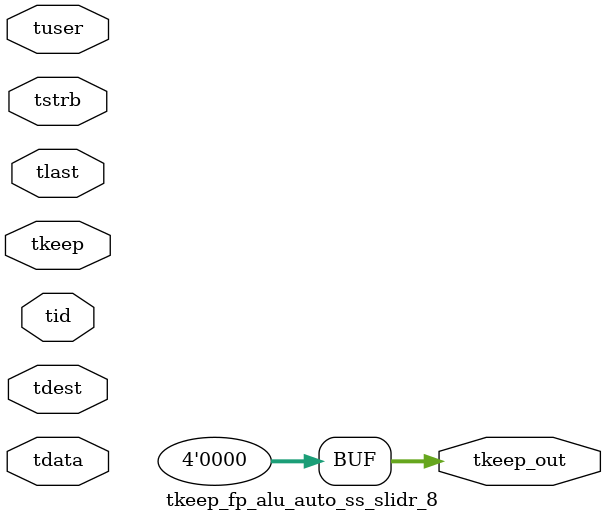
<source format=v>


`timescale 1ps/1ps

module tkeep_fp_alu_auto_ss_slidr_8 #
(
parameter C_S_AXIS_TDATA_WIDTH = 32,
parameter C_S_AXIS_TUSER_WIDTH = 0,
parameter C_S_AXIS_TID_WIDTH   = 0,
parameter C_S_AXIS_TDEST_WIDTH = 0,
parameter C_M_AXIS_TDATA_WIDTH = 32
)
(
input  [(C_S_AXIS_TDATA_WIDTH == 0 ? 1 : C_S_AXIS_TDATA_WIDTH)-1:0     ] tdata,
input  [(C_S_AXIS_TUSER_WIDTH == 0 ? 1 : C_S_AXIS_TUSER_WIDTH)-1:0     ] tuser,
input  [(C_S_AXIS_TID_WIDTH   == 0 ? 1 : C_S_AXIS_TID_WIDTH)-1:0       ] tid,
input  [(C_S_AXIS_TDEST_WIDTH == 0 ? 1 : C_S_AXIS_TDEST_WIDTH)-1:0     ] tdest,
input  [(C_S_AXIS_TDATA_WIDTH/8)-1:0 ] tkeep,
input  [(C_S_AXIS_TDATA_WIDTH/8)-1:0 ] tstrb,
input                                                                    tlast,
output [(C_M_AXIS_TDATA_WIDTH/8)-1:0 ] tkeep_out
);

assign tkeep_out = {1'b0};

endmodule


</source>
